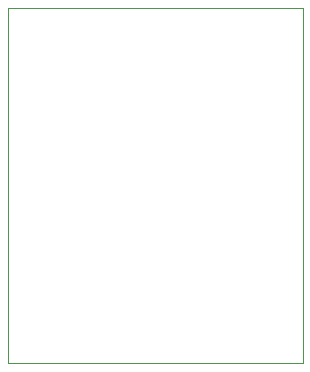
<source format=gbr>
%TF.GenerationSoftware,KiCad,Pcbnew,5.1.9-73d0e3b20d~88~ubuntu20.10.1*%
%TF.CreationDate,2021-02-23T00:56:54+01:00*%
%TF.ProjectId,valve-adapter-noval,76616c76-652d-4616-9461-707465722d6e,rev?*%
%TF.SameCoordinates,Original*%
%TF.FileFunction,Profile,NP*%
%FSLAX46Y46*%
G04 Gerber Fmt 4.6, Leading zero omitted, Abs format (unit mm)*
G04 Created by KiCad (PCBNEW 5.1.9-73d0e3b20d~88~ubuntu20.10.1) date 2021-02-23 00:56:54*
%MOMM*%
%LPD*%
G01*
G04 APERTURE LIST*
%TA.AperFunction,Profile*%
%ADD10C,0.050000*%
%TD*%
G04 APERTURE END LIST*
D10*
X150500000Y-89000000D02*
X150500000Y-119000000D01*
X175500000Y-89000000D02*
X150500000Y-89000000D01*
X175500000Y-119000000D02*
X175500000Y-89000000D01*
X150500000Y-119000000D02*
X175500000Y-119000000D01*
M02*

</source>
